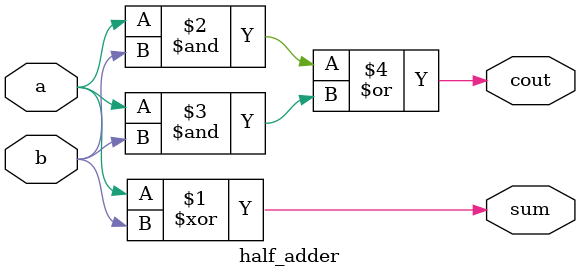
<source format=v>
module half_adder( 
input a, b,
output cout, sum );

assign sum = a ^ b;
assign cout = (a & b) | (a & b) ;

endmodule

</source>
